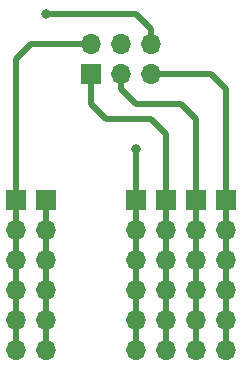
<source format=gbr>
G04 #@! TF.GenerationSoftware,KiCad,Pcbnew,(5.0.1-3-g963ef8bb5)*
G04 #@! TF.CreationDate,2018-12-11T08:39:45-08:00*
G04 #@! TF.ProjectId,isp_adapter,6973705F616461707465722E6B696361,rev?*
G04 #@! TF.SameCoordinates,Original*
G04 #@! TF.FileFunction,Copper,L1,Top,Signal*
G04 #@! TF.FilePolarity,Positive*
%FSLAX46Y46*%
G04 Gerber Fmt 4.6, Leading zero omitted, Abs format (unit mm)*
G04 Created by KiCad (PCBNEW (5.0.1-3-g963ef8bb5)) date Tuesday, December 11, 2018 at 08:39:45 AM*
%MOMM*%
%LPD*%
G01*
G04 APERTURE LIST*
G04 #@! TA.AperFunction,ComponentPad*
%ADD10O,1.700000X1.700000*%
G04 #@! TD*
G04 #@! TA.AperFunction,ComponentPad*
%ADD11R,1.700000X1.700000*%
G04 #@! TD*
G04 #@! TA.AperFunction,ViaPad*
%ADD12C,0.800000*%
G04 #@! TD*
G04 #@! TA.AperFunction,Conductor*
%ADD13C,0.500000*%
G04 #@! TD*
G04 APERTURE END LIST*
D10*
G04 #@! TO.P,J1,6*
G04 #@! TO.N,Net-(J1-Pad6)*
X130810000Y-106680000D03*
G04 #@! TO.P,J1,5*
G04 #@! TO.N,Net-(J1-Pad5)*
X130810000Y-109220000D03*
G04 #@! TO.P,J1,4*
G04 #@! TO.N,Net-(J1-Pad4)*
X128270000Y-106680000D03*
G04 #@! TO.P,J1,3*
G04 #@! TO.N,Net-(J1-Pad3)*
X128270000Y-109220000D03*
G04 #@! TO.P,J1,2*
G04 #@! TO.N,Net-(J1-Pad2)*
X125730000Y-106680000D03*
D11*
G04 #@! TO.P,J1,1*
G04 #@! TO.N,Net-(J1-Pad1)*
X125730000Y-109220000D03*
G04 #@! TD*
D10*
G04 #@! TO.P,PIN1,1*
G04 #@! TO.N,Net-(J1-Pad2)*
X119380000Y-132635001D03*
X119380000Y-130095001D03*
X119380000Y-127555001D03*
X119380000Y-125015001D03*
X119380000Y-122475001D03*
D11*
X119380000Y-119935001D03*
G04 #@! TD*
G04 #@! TO.P,PIN2,1*
G04 #@! TO.N,Net-(J1-Pad6)*
X121920000Y-119935001D03*
D10*
X121920000Y-122475001D03*
X121920000Y-125015001D03*
X121920000Y-127555001D03*
X121920000Y-130095001D03*
X121920000Y-132635001D03*
G04 #@! TD*
G04 #@! TO.P,PIN5,1*
G04 #@! TO.N,Net-(J1-Pad4)*
X129540000Y-132635001D03*
X129540000Y-130095001D03*
X129540000Y-127555001D03*
X129540000Y-125015001D03*
X129540000Y-122475001D03*
D11*
X129540000Y-119935001D03*
G04 #@! TD*
G04 #@! TO.P,PIN6,1*
G04 #@! TO.N,Net-(J1-Pad1)*
X132080000Y-119935001D03*
D10*
X132080000Y-122475001D03*
X132080000Y-125015001D03*
X132080000Y-127555001D03*
X132080000Y-130095001D03*
X132080000Y-132635001D03*
G04 #@! TD*
G04 #@! TO.P,PIN7,1*
G04 #@! TO.N,Net-(J1-Pad3)*
X134620000Y-132635001D03*
X134620000Y-130095001D03*
X134620000Y-127555001D03*
X134620000Y-125015001D03*
X134620000Y-122475001D03*
D11*
X134620000Y-119935001D03*
G04 #@! TD*
G04 #@! TO.P,PIN8,1*
G04 #@! TO.N,Net-(J1-Pad5)*
X137160000Y-119935001D03*
D10*
X137160000Y-122475001D03*
X137160000Y-125015001D03*
X137160000Y-127555001D03*
X137160000Y-130095001D03*
X137160000Y-132635001D03*
G04 #@! TD*
D12*
G04 #@! TO.N,Net-(J1-Pad6)*
X121920000Y-104140000D03*
G04 #@! TO.N,Net-(J1-Pad4)*
X129540000Y-115570000D03*
G04 #@! TD*
D13*
G04 #@! TO.N,Net-(J1-Pad6)*
X121920000Y-132635001D02*
X121920000Y-119935001D01*
X130810000Y-106680000D02*
X130810000Y-105410000D01*
X130810000Y-105410000D02*
X129540000Y-104140000D01*
X129540000Y-104140000D02*
X121920000Y-104140000D01*
X121920000Y-104140000D02*
X121920000Y-104140000D01*
G04 #@! TO.N,Net-(J1-Pad5)*
X137160000Y-132635001D02*
X137160000Y-119935001D01*
X130810000Y-109220000D02*
X135890000Y-109220000D01*
X137160000Y-114300000D02*
X137160000Y-119935001D01*
X135890000Y-109220000D02*
X137160000Y-110490000D01*
X137160000Y-110490000D02*
X137160000Y-114300000D01*
G04 #@! TO.N,Net-(J1-Pad4)*
X129540000Y-132635001D02*
X129540000Y-119935001D01*
X129540000Y-119935001D02*
X129540000Y-115570000D01*
G04 #@! TO.N,Net-(J1-Pad3)*
X134620000Y-132635001D02*
X134620000Y-119935001D01*
X129540000Y-111760000D02*
X133350000Y-111760000D01*
X133350000Y-111760000D02*
X134620000Y-113030000D01*
X134620000Y-115570000D02*
X134620000Y-119935001D01*
X129540000Y-111760000D02*
X128270000Y-110490000D01*
X128270000Y-110490000D02*
X128270000Y-109220000D01*
X134620000Y-113030000D02*
X134620000Y-115570000D01*
G04 #@! TO.N,Net-(J1-Pad2)*
X119380000Y-132635001D02*
X119380000Y-119935001D01*
X125730000Y-106680000D02*
X120650000Y-106680000D01*
X119380000Y-111760000D02*
X119380000Y-119935001D01*
X120650000Y-106680000D02*
X119380000Y-107950000D01*
X119380000Y-107950000D02*
X119380000Y-111760000D01*
G04 #@! TO.N,Net-(J1-Pad1)*
X132080000Y-132635001D02*
X132080000Y-119935001D01*
X132080000Y-119935001D02*
X132080000Y-114300000D01*
X132080000Y-114300000D02*
X130810000Y-113030000D01*
X130810000Y-113030000D02*
X127000000Y-113030000D01*
X127000000Y-113030000D02*
X125730000Y-111760000D01*
X125730000Y-111760000D02*
X125730000Y-109220000D01*
G04 #@! TD*
M02*

</source>
